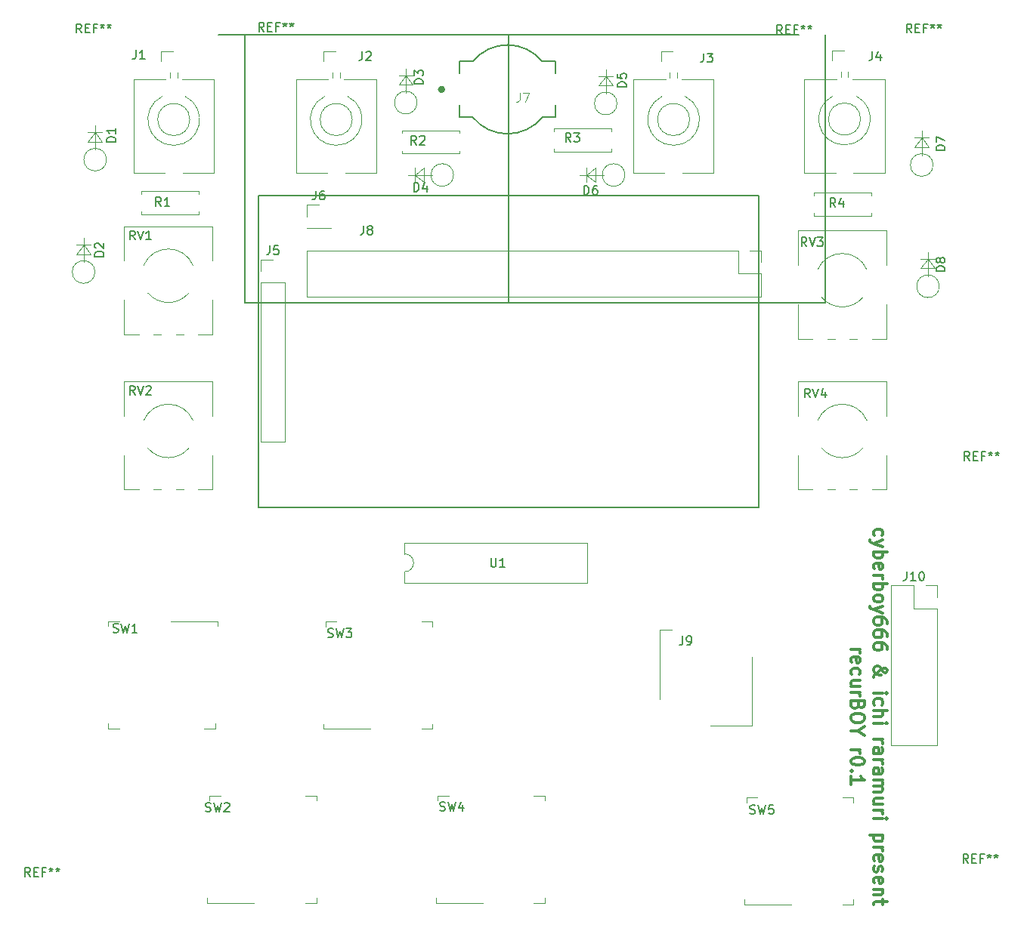
<source format=gto>
G04 #@! TF.FileFunction,Legend,Top*
%FSLAX46Y46*%
G04 Gerber Fmt 4.6, Leading zero omitted, Abs format (unit mm)*
G04 Created by KiCad (PCBNEW 4.0.7) date 08/19/19 23:06:34*
%MOMM*%
%LPD*%
G01*
G04 APERTURE LIST*
%ADD10C,0.100000*%
%ADD11C,0.300000*%
%ADD12C,0.200000*%
%ADD13C,0.120000*%
%ADD14C,0.400000*%
%ADD15C,0.127000*%
%ADD16C,0.150000*%
%ADD17C,0.050000*%
G04 APERTURE END LIST*
D10*
D11*
X196017857Y-91150002D02*
X195946429Y-91007145D01*
X195946429Y-90721431D01*
X196017857Y-90578573D01*
X196089286Y-90507145D01*
X196232143Y-90435716D01*
X196660714Y-90435716D01*
X196803571Y-90507145D01*
X196875000Y-90578573D01*
X196946429Y-90721431D01*
X196946429Y-91007145D01*
X196875000Y-91150002D01*
X196946429Y-91650002D02*
X195946429Y-92007145D01*
X196946429Y-92364287D02*
X195946429Y-92007145D01*
X195589286Y-91864287D01*
X195517857Y-91792859D01*
X195446429Y-91650002D01*
X195946429Y-92935716D02*
X197446429Y-92935716D01*
X196875000Y-92935716D02*
X196946429Y-93078573D01*
X196946429Y-93364287D01*
X196875000Y-93507144D01*
X196803571Y-93578573D01*
X196660714Y-93650002D01*
X196232143Y-93650002D01*
X196089286Y-93578573D01*
X196017857Y-93507144D01*
X195946429Y-93364287D01*
X195946429Y-93078573D01*
X196017857Y-92935716D01*
X196017857Y-94864287D02*
X195946429Y-94721430D01*
X195946429Y-94435716D01*
X196017857Y-94292859D01*
X196160714Y-94221430D01*
X196732143Y-94221430D01*
X196875000Y-94292859D01*
X196946429Y-94435716D01*
X196946429Y-94721430D01*
X196875000Y-94864287D01*
X196732143Y-94935716D01*
X196589286Y-94935716D01*
X196446429Y-94221430D01*
X195946429Y-95578573D02*
X196946429Y-95578573D01*
X196660714Y-95578573D02*
X196803571Y-95650001D01*
X196875000Y-95721430D01*
X196946429Y-95864287D01*
X196946429Y-96007144D01*
X195946429Y-96507144D02*
X197446429Y-96507144D01*
X196875000Y-96507144D02*
X196946429Y-96650001D01*
X196946429Y-96935715D01*
X196875000Y-97078572D01*
X196803571Y-97150001D01*
X196660714Y-97221430D01*
X196232143Y-97221430D01*
X196089286Y-97150001D01*
X196017857Y-97078572D01*
X195946429Y-96935715D01*
X195946429Y-96650001D01*
X196017857Y-96507144D01*
X195946429Y-98078573D02*
X196017857Y-97935715D01*
X196089286Y-97864287D01*
X196232143Y-97792858D01*
X196660714Y-97792858D01*
X196803571Y-97864287D01*
X196875000Y-97935715D01*
X196946429Y-98078573D01*
X196946429Y-98292858D01*
X196875000Y-98435715D01*
X196803571Y-98507144D01*
X196660714Y-98578573D01*
X196232143Y-98578573D01*
X196089286Y-98507144D01*
X196017857Y-98435715D01*
X195946429Y-98292858D01*
X195946429Y-98078573D01*
X196946429Y-99078573D02*
X195946429Y-99435716D01*
X196946429Y-99792858D02*
X195946429Y-99435716D01*
X195589286Y-99292858D01*
X195517857Y-99221430D01*
X195446429Y-99078573D01*
X197446429Y-101007144D02*
X197446429Y-100721430D01*
X197375000Y-100578573D01*
X197303571Y-100507144D01*
X197089286Y-100364287D01*
X196803571Y-100292858D01*
X196232143Y-100292858D01*
X196089286Y-100364287D01*
X196017857Y-100435715D01*
X195946429Y-100578573D01*
X195946429Y-100864287D01*
X196017857Y-101007144D01*
X196089286Y-101078573D01*
X196232143Y-101150001D01*
X196589286Y-101150001D01*
X196732143Y-101078573D01*
X196803571Y-101007144D01*
X196875000Y-100864287D01*
X196875000Y-100578573D01*
X196803571Y-100435715D01*
X196732143Y-100364287D01*
X196589286Y-100292858D01*
X197446429Y-102435715D02*
X197446429Y-102150001D01*
X197375000Y-102007144D01*
X197303571Y-101935715D01*
X197089286Y-101792858D01*
X196803571Y-101721429D01*
X196232143Y-101721429D01*
X196089286Y-101792858D01*
X196017857Y-101864286D01*
X195946429Y-102007144D01*
X195946429Y-102292858D01*
X196017857Y-102435715D01*
X196089286Y-102507144D01*
X196232143Y-102578572D01*
X196589286Y-102578572D01*
X196732143Y-102507144D01*
X196803571Y-102435715D01*
X196875000Y-102292858D01*
X196875000Y-102007144D01*
X196803571Y-101864286D01*
X196732143Y-101792858D01*
X196589286Y-101721429D01*
X197446429Y-103864286D02*
X197446429Y-103578572D01*
X197375000Y-103435715D01*
X197303571Y-103364286D01*
X197089286Y-103221429D01*
X196803571Y-103150000D01*
X196232143Y-103150000D01*
X196089286Y-103221429D01*
X196017857Y-103292857D01*
X195946429Y-103435715D01*
X195946429Y-103721429D01*
X196017857Y-103864286D01*
X196089286Y-103935715D01*
X196232143Y-104007143D01*
X196589286Y-104007143D01*
X196732143Y-103935715D01*
X196803571Y-103864286D01*
X196875000Y-103721429D01*
X196875000Y-103435715D01*
X196803571Y-103292857D01*
X196732143Y-103221429D01*
X196589286Y-103150000D01*
X195946429Y-107007143D02*
X195946429Y-106935714D01*
X196017857Y-106792857D01*
X196232143Y-106578571D01*
X196660714Y-106221428D01*
X196875000Y-106078571D01*
X197089286Y-106007143D01*
X197232143Y-106007143D01*
X197375000Y-106078571D01*
X197446429Y-106221428D01*
X197446429Y-106292857D01*
X197375000Y-106435714D01*
X197232143Y-106507143D01*
X197160714Y-106507143D01*
X197017857Y-106435714D01*
X196946429Y-106364285D01*
X196660714Y-105935714D01*
X196589286Y-105864285D01*
X196446429Y-105792857D01*
X196232143Y-105792857D01*
X196089286Y-105864285D01*
X196017857Y-105935714D01*
X195946429Y-106078571D01*
X195946429Y-106292857D01*
X196017857Y-106435714D01*
X196089286Y-106507143D01*
X196375000Y-106721428D01*
X196589286Y-106792857D01*
X196732143Y-106792857D01*
X195946429Y-108792857D02*
X196946429Y-108792857D01*
X197446429Y-108792857D02*
X197375000Y-108721428D01*
X197303571Y-108792857D01*
X197375000Y-108864285D01*
X197446429Y-108792857D01*
X197303571Y-108792857D01*
X196017857Y-110150000D02*
X195946429Y-110007143D01*
X195946429Y-109721429D01*
X196017857Y-109578571D01*
X196089286Y-109507143D01*
X196232143Y-109435714D01*
X196660714Y-109435714D01*
X196803571Y-109507143D01*
X196875000Y-109578571D01*
X196946429Y-109721429D01*
X196946429Y-110007143D01*
X196875000Y-110150000D01*
X195946429Y-110792857D02*
X197446429Y-110792857D01*
X195946429Y-111435714D02*
X196732143Y-111435714D01*
X196875000Y-111364285D01*
X196946429Y-111221428D01*
X196946429Y-111007143D01*
X196875000Y-110864285D01*
X196803571Y-110792857D01*
X195946429Y-112150000D02*
X196946429Y-112150000D01*
X197446429Y-112150000D02*
X197375000Y-112078571D01*
X197303571Y-112150000D01*
X197375000Y-112221428D01*
X197446429Y-112150000D01*
X197303571Y-112150000D01*
X195946429Y-114007143D02*
X196946429Y-114007143D01*
X196660714Y-114007143D02*
X196803571Y-114078571D01*
X196875000Y-114150000D01*
X196946429Y-114292857D01*
X196946429Y-114435714D01*
X195946429Y-115578571D02*
X196732143Y-115578571D01*
X196875000Y-115507142D01*
X196946429Y-115364285D01*
X196946429Y-115078571D01*
X196875000Y-114935714D01*
X196017857Y-115578571D02*
X195946429Y-115435714D01*
X195946429Y-115078571D01*
X196017857Y-114935714D01*
X196160714Y-114864285D01*
X196303571Y-114864285D01*
X196446429Y-114935714D01*
X196517857Y-115078571D01*
X196517857Y-115435714D01*
X196589286Y-115578571D01*
X195946429Y-116292857D02*
X196946429Y-116292857D01*
X196660714Y-116292857D02*
X196803571Y-116364285D01*
X196875000Y-116435714D01*
X196946429Y-116578571D01*
X196946429Y-116721428D01*
X195946429Y-117864285D02*
X196732143Y-117864285D01*
X196875000Y-117792856D01*
X196946429Y-117649999D01*
X196946429Y-117364285D01*
X196875000Y-117221428D01*
X196017857Y-117864285D02*
X195946429Y-117721428D01*
X195946429Y-117364285D01*
X196017857Y-117221428D01*
X196160714Y-117149999D01*
X196303571Y-117149999D01*
X196446429Y-117221428D01*
X196517857Y-117364285D01*
X196517857Y-117721428D01*
X196589286Y-117864285D01*
X195946429Y-118578571D02*
X196946429Y-118578571D01*
X196803571Y-118578571D02*
X196875000Y-118649999D01*
X196946429Y-118792857D01*
X196946429Y-119007142D01*
X196875000Y-119149999D01*
X196732143Y-119221428D01*
X195946429Y-119221428D01*
X196732143Y-119221428D02*
X196875000Y-119292857D01*
X196946429Y-119435714D01*
X196946429Y-119649999D01*
X196875000Y-119792857D01*
X196732143Y-119864285D01*
X195946429Y-119864285D01*
X196946429Y-121221428D02*
X195946429Y-121221428D01*
X196946429Y-120578571D02*
X196160714Y-120578571D01*
X196017857Y-120649999D01*
X195946429Y-120792857D01*
X195946429Y-121007142D01*
X196017857Y-121149999D01*
X196089286Y-121221428D01*
X195946429Y-121935714D02*
X196946429Y-121935714D01*
X196660714Y-121935714D02*
X196803571Y-122007142D01*
X196875000Y-122078571D01*
X196946429Y-122221428D01*
X196946429Y-122364285D01*
X195946429Y-122864285D02*
X196946429Y-122864285D01*
X197446429Y-122864285D02*
X197375000Y-122792856D01*
X197303571Y-122864285D01*
X197375000Y-122935713D01*
X197446429Y-122864285D01*
X197303571Y-122864285D01*
X196946429Y-124721428D02*
X195446429Y-124721428D01*
X196875000Y-124721428D02*
X196946429Y-124864285D01*
X196946429Y-125149999D01*
X196875000Y-125292856D01*
X196803571Y-125364285D01*
X196660714Y-125435714D01*
X196232143Y-125435714D01*
X196089286Y-125364285D01*
X196017857Y-125292856D01*
X195946429Y-125149999D01*
X195946429Y-124864285D01*
X196017857Y-124721428D01*
X195946429Y-126078571D02*
X196946429Y-126078571D01*
X196660714Y-126078571D02*
X196803571Y-126149999D01*
X196875000Y-126221428D01*
X196946429Y-126364285D01*
X196946429Y-126507142D01*
X196017857Y-127578570D02*
X195946429Y-127435713D01*
X195946429Y-127149999D01*
X196017857Y-127007142D01*
X196160714Y-126935713D01*
X196732143Y-126935713D01*
X196875000Y-127007142D01*
X196946429Y-127149999D01*
X196946429Y-127435713D01*
X196875000Y-127578570D01*
X196732143Y-127649999D01*
X196589286Y-127649999D01*
X196446429Y-126935713D01*
X196017857Y-128221427D02*
X195946429Y-128364284D01*
X195946429Y-128649999D01*
X196017857Y-128792856D01*
X196160714Y-128864284D01*
X196232143Y-128864284D01*
X196375000Y-128792856D01*
X196446429Y-128649999D01*
X196446429Y-128435713D01*
X196517857Y-128292856D01*
X196660714Y-128221427D01*
X196732143Y-128221427D01*
X196875000Y-128292856D01*
X196946429Y-128435713D01*
X196946429Y-128649999D01*
X196875000Y-128792856D01*
X196017857Y-130078570D02*
X195946429Y-129935713D01*
X195946429Y-129649999D01*
X196017857Y-129507142D01*
X196160714Y-129435713D01*
X196732143Y-129435713D01*
X196875000Y-129507142D01*
X196946429Y-129649999D01*
X196946429Y-129935713D01*
X196875000Y-130078570D01*
X196732143Y-130149999D01*
X196589286Y-130149999D01*
X196446429Y-129435713D01*
X196946429Y-130792856D02*
X195946429Y-130792856D01*
X196803571Y-130792856D02*
X196875000Y-130864284D01*
X196946429Y-131007142D01*
X196946429Y-131221427D01*
X196875000Y-131364284D01*
X196732143Y-131435713D01*
X195946429Y-131435713D01*
X196946429Y-131935713D02*
X196946429Y-132507142D01*
X197446429Y-132149999D02*
X196160714Y-132149999D01*
X196017857Y-132221427D01*
X195946429Y-132364285D01*
X195946429Y-132507142D01*
X193396429Y-103864287D02*
X194396429Y-103864287D01*
X194110714Y-103864287D02*
X194253571Y-103935715D01*
X194325000Y-104007144D01*
X194396429Y-104150001D01*
X194396429Y-104292858D01*
X193467857Y-105364286D02*
X193396429Y-105221429D01*
X193396429Y-104935715D01*
X193467857Y-104792858D01*
X193610714Y-104721429D01*
X194182143Y-104721429D01*
X194325000Y-104792858D01*
X194396429Y-104935715D01*
X194396429Y-105221429D01*
X194325000Y-105364286D01*
X194182143Y-105435715D01*
X194039286Y-105435715D01*
X193896429Y-104721429D01*
X193467857Y-106721429D02*
X193396429Y-106578572D01*
X193396429Y-106292858D01*
X193467857Y-106150000D01*
X193539286Y-106078572D01*
X193682143Y-106007143D01*
X194110714Y-106007143D01*
X194253571Y-106078572D01*
X194325000Y-106150000D01*
X194396429Y-106292858D01*
X194396429Y-106578572D01*
X194325000Y-106721429D01*
X194396429Y-108007143D02*
X193396429Y-108007143D01*
X194396429Y-107364286D02*
X193610714Y-107364286D01*
X193467857Y-107435714D01*
X193396429Y-107578572D01*
X193396429Y-107792857D01*
X193467857Y-107935714D01*
X193539286Y-108007143D01*
X193396429Y-108721429D02*
X194396429Y-108721429D01*
X194110714Y-108721429D02*
X194253571Y-108792857D01*
X194325000Y-108864286D01*
X194396429Y-109007143D01*
X194396429Y-109150000D01*
X194182143Y-110150000D02*
X194110714Y-110364286D01*
X194039286Y-110435714D01*
X193896429Y-110507143D01*
X193682143Y-110507143D01*
X193539286Y-110435714D01*
X193467857Y-110364286D01*
X193396429Y-110221428D01*
X193396429Y-109650000D01*
X194896429Y-109650000D01*
X194896429Y-110150000D01*
X194825000Y-110292857D01*
X194753571Y-110364286D01*
X194610714Y-110435714D01*
X194467857Y-110435714D01*
X194325000Y-110364286D01*
X194253571Y-110292857D01*
X194182143Y-110150000D01*
X194182143Y-109650000D01*
X194896429Y-111435714D02*
X194896429Y-111721428D01*
X194825000Y-111864286D01*
X194682143Y-112007143D01*
X194396429Y-112078571D01*
X193896429Y-112078571D01*
X193610714Y-112007143D01*
X193467857Y-111864286D01*
X193396429Y-111721428D01*
X193396429Y-111435714D01*
X193467857Y-111292857D01*
X193610714Y-111150000D01*
X193896429Y-111078571D01*
X194396429Y-111078571D01*
X194682143Y-111150000D01*
X194825000Y-111292857D01*
X194896429Y-111435714D01*
X194110714Y-113007143D02*
X193396429Y-113007143D01*
X194896429Y-112507143D02*
X194110714Y-113007143D01*
X194896429Y-113507143D01*
X193396429Y-115150000D02*
X194396429Y-115150000D01*
X194110714Y-115150000D02*
X194253571Y-115221428D01*
X194325000Y-115292857D01*
X194396429Y-115435714D01*
X194396429Y-115578571D01*
X194896429Y-116364285D02*
X194896429Y-116507142D01*
X194825000Y-116649999D01*
X194753571Y-116721428D01*
X194610714Y-116792857D01*
X194325000Y-116864285D01*
X193967857Y-116864285D01*
X193682143Y-116792857D01*
X193539286Y-116721428D01*
X193467857Y-116649999D01*
X193396429Y-116507142D01*
X193396429Y-116364285D01*
X193467857Y-116221428D01*
X193539286Y-116149999D01*
X193682143Y-116078571D01*
X193967857Y-116007142D01*
X194325000Y-116007142D01*
X194610714Y-116078571D01*
X194753571Y-116149999D01*
X194825000Y-116221428D01*
X194896429Y-116364285D01*
X193539286Y-117507142D02*
X193467857Y-117578570D01*
X193396429Y-117507142D01*
X193467857Y-117435713D01*
X193539286Y-117507142D01*
X193396429Y-117507142D01*
X193396429Y-119007142D02*
X193396429Y-118149999D01*
X193396429Y-118578571D02*
X194896429Y-118578571D01*
X194682143Y-118435714D01*
X194539286Y-118292856D01*
X194467857Y-118149999D01*
D12*
X125500000Y-65000000D02*
X158000000Y-65000000D01*
X183000000Y-53000000D02*
X155000000Y-53000000D01*
X183000000Y-88000000D02*
X183000000Y-53000000D01*
X127000000Y-88000000D02*
X183000000Y-88000000D01*
X127000000Y-53000000D02*
X127000000Y-88000000D01*
X155000000Y-53000000D02*
X127000000Y-53000000D01*
X125500000Y-35000000D02*
X125500000Y-65000000D01*
X187500000Y-35000000D02*
X122500000Y-35000000D01*
X190500000Y-65000000D02*
X190500000Y-35000000D01*
X158000000Y-65000000D02*
X190500000Y-65000000D01*
X155000000Y-65000000D02*
X155000000Y-35000000D01*
D13*
X108700000Y-45166371D02*
X108700000Y-47880000D01*
X109500000Y-45906667D02*
X107900000Y-45906667D01*
X108700000Y-45906667D02*
X109500000Y-46973333D01*
X109500000Y-46973333D02*
X107900000Y-46973333D01*
X107900000Y-46973333D02*
X108700000Y-45906667D01*
X109966371Y-48980000D02*
G75*
G03X109966371Y-48980000I-1266371J0D01*
G01*
X107400000Y-57766371D02*
X107400000Y-60480000D01*
X108200000Y-58506667D02*
X106600000Y-58506667D01*
X107400000Y-58506667D02*
X108200000Y-59573333D01*
X108200000Y-59573333D02*
X106600000Y-59573333D01*
X106600000Y-59573333D02*
X107400000Y-58506667D01*
X108666371Y-61580000D02*
G75*
G03X108666371Y-61580000I-1266371J0D01*
G01*
X143500000Y-38766371D02*
X143500000Y-41480000D01*
X144300000Y-39506667D02*
X142700000Y-39506667D01*
X143500000Y-39506667D02*
X144300000Y-40573333D01*
X144300000Y-40573333D02*
X142700000Y-40573333D01*
X142700000Y-40573333D02*
X143500000Y-39506667D01*
X144766371Y-42580000D02*
G75*
G03X144766371Y-42580000I-1266371J0D01*
G01*
X143766371Y-50700000D02*
X146480000Y-50700000D01*
X144506667Y-49900000D02*
X144506667Y-51500000D01*
X144506667Y-50700000D02*
X145573333Y-49900000D01*
X145573333Y-49900000D02*
X145573333Y-51500000D01*
X145573333Y-51500000D02*
X144506667Y-50700000D01*
X148846371Y-50700000D02*
G75*
G03X148846371Y-50700000I-1266371J0D01*
G01*
X165900000Y-38866371D02*
X165900000Y-41580000D01*
X166700000Y-39606667D02*
X165100000Y-39606667D01*
X165900000Y-39606667D02*
X166700000Y-40673333D01*
X166700000Y-40673333D02*
X165100000Y-40673333D01*
X165100000Y-40673333D02*
X165900000Y-39606667D01*
X167166371Y-42680000D02*
G75*
G03X167166371Y-42680000I-1266371J0D01*
G01*
X162966371Y-50700000D02*
X165680000Y-50700000D01*
X163706667Y-49900000D02*
X163706667Y-51500000D01*
X163706667Y-50700000D02*
X164773333Y-49900000D01*
X164773333Y-49900000D02*
X164773333Y-51500000D01*
X164773333Y-51500000D02*
X163706667Y-50700000D01*
X168046371Y-50700000D02*
G75*
G03X168046371Y-50700000I-1266371J0D01*
G01*
X201300000Y-45766371D02*
X201300000Y-48480000D01*
X202100000Y-46506667D02*
X200500000Y-46506667D01*
X201300000Y-46506667D02*
X202100000Y-47573333D01*
X202100000Y-47573333D02*
X200500000Y-47573333D01*
X200500000Y-47573333D02*
X201300000Y-46506667D01*
X202566371Y-49580000D02*
G75*
G03X202566371Y-49580000I-1266371J0D01*
G01*
X202000000Y-59366371D02*
X202000000Y-62080000D01*
X202800000Y-60106667D02*
X201200000Y-60106667D01*
X202000000Y-60106667D02*
X202800000Y-61173333D01*
X202800000Y-61173333D02*
X201200000Y-61173333D01*
X201200000Y-61173333D02*
X202000000Y-60106667D01*
X203266371Y-63180000D02*
G75*
G03X203266371Y-63180000I-1266371J0D01*
G01*
X113000000Y-39980000D02*
X113000000Y-50480000D01*
X122000000Y-39980000D02*
X122000000Y-50480000D01*
X116203737Y-41891423D02*
G75*
G03X117500000Y-47375000I1296263J-2588577D01*
G01*
X118796263Y-41891423D02*
G75*
G02X117500000Y-47375000I-1296263J-2588577D01*
G01*
X122000000Y-50480000D02*
X118500000Y-50480000D01*
X116500000Y-50480000D02*
X113000000Y-50480000D01*
X122000000Y-39980000D02*
X118400000Y-39980000D01*
X116600000Y-39980000D02*
X113000000Y-39980000D01*
X119300000Y-44480000D02*
G75*
G03X119300000Y-44480000I-1800000J0D01*
G01*
X117080000Y-39200000D02*
X117080000Y-39800000D01*
X117920000Y-39200000D02*
X117920000Y-39800000D01*
X116100000Y-36820000D02*
X116100000Y-37920000D01*
X116100000Y-36820000D02*
X117420000Y-36820000D01*
X131200000Y-39980000D02*
X131200000Y-50480000D01*
X140200000Y-39980000D02*
X140200000Y-50480000D01*
X134403737Y-41891423D02*
G75*
G03X135700000Y-47375000I1296263J-2588577D01*
G01*
X136996263Y-41891423D02*
G75*
G02X135700000Y-47375000I-1296263J-2588577D01*
G01*
X140200000Y-50480000D02*
X136700000Y-50480000D01*
X134700000Y-50480000D02*
X131200000Y-50480000D01*
X140200000Y-39980000D02*
X136600000Y-39980000D01*
X134800000Y-39980000D02*
X131200000Y-39980000D01*
X137500000Y-44480000D02*
G75*
G03X137500000Y-44480000I-1800000J0D01*
G01*
X135280000Y-39200000D02*
X135280000Y-39800000D01*
X136120000Y-39200000D02*
X136120000Y-39800000D01*
X134300000Y-36820000D02*
X134300000Y-37920000D01*
X134300000Y-36820000D02*
X135620000Y-36820000D01*
X169000000Y-39980000D02*
X169000000Y-50480000D01*
X178000000Y-39980000D02*
X178000000Y-50480000D01*
X172203737Y-41891423D02*
G75*
G03X173500000Y-47375000I1296263J-2588577D01*
G01*
X174796263Y-41891423D02*
G75*
G02X173500000Y-47375000I-1296263J-2588577D01*
G01*
X178000000Y-50480000D02*
X174500000Y-50480000D01*
X172500000Y-50480000D02*
X169000000Y-50480000D01*
X178000000Y-39980000D02*
X174400000Y-39980000D01*
X172600000Y-39980000D02*
X169000000Y-39980000D01*
X175300000Y-44480000D02*
G75*
G03X175300000Y-44480000I-1800000J0D01*
G01*
X173080000Y-39200000D02*
X173080000Y-39800000D01*
X173920000Y-39200000D02*
X173920000Y-39800000D01*
X172100000Y-36820000D02*
X172100000Y-37920000D01*
X172100000Y-36820000D02*
X173420000Y-36820000D01*
X188150000Y-39930000D02*
X188150000Y-50430000D01*
X197150000Y-39930000D02*
X197150000Y-50430000D01*
X191353737Y-41841423D02*
G75*
G03X192650000Y-47325000I1296263J-2588577D01*
G01*
X193946263Y-41841423D02*
G75*
G02X192650000Y-47325000I-1296263J-2588577D01*
G01*
X197150000Y-50430000D02*
X193650000Y-50430000D01*
X191650000Y-50430000D02*
X188150000Y-50430000D01*
X197150000Y-39930000D02*
X193550000Y-39930000D01*
X191750000Y-39930000D02*
X188150000Y-39930000D01*
X194450000Y-44430000D02*
G75*
G03X194450000Y-44430000I-1800000J0D01*
G01*
X192230000Y-39150000D02*
X192230000Y-39750000D01*
X193070000Y-39150000D02*
X193070000Y-39750000D01*
X191250000Y-36770000D02*
X191250000Y-37870000D01*
X191250000Y-36770000D02*
X192570000Y-36770000D01*
X127270000Y-62770000D02*
X127270000Y-80610000D01*
X127270000Y-80610000D02*
X129930000Y-80610000D01*
X129930000Y-80610000D02*
X129930000Y-62770000D01*
X129930000Y-62770000D02*
X127270000Y-62770000D01*
X127270000Y-61500000D02*
X127270000Y-60170000D01*
X127270000Y-60170000D02*
X128600000Y-60170000D01*
X132420000Y-56680000D02*
X135080000Y-56680000D01*
X132420000Y-56620000D02*
X132420000Y-56680000D01*
X135080000Y-56620000D02*
X135080000Y-56680000D01*
X132420000Y-56620000D02*
X135080000Y-56620000D01*
X132420000Y-55350000D02*
X132420000Y-54020000D01*
X132420000Y-54020000D02*
X133750000Y-54020000D01*
D14*
X147700000Y-41100000D02*
G75*
G03X147700000Y-41100000I-200000J0D01*
G01*
D15*
X160250000Y-37965000D02*
X158784000Y-37965000D01*
X151016000Y-37965000D02*
X149550000Y-37965000D01*
X151016000Y-44235000D02*
X149550000Y-44235000D01*
X160250000Y-44235000D02*
X158784000Y-44235000D01*
X151017924Y-37962628D02*
G75*
G02X158784000Y-37965000I3882076J-3151223D01*
G01*
X158782076Y-44237372D02*
G75*
G02X151016000Y-44235000I-3882076J3151223D01*
G01*
X149550000Y-42865000D02*
X149550000Y-44235000D01*
X149550000Y-37965000D02*
X149550000Y-39335000D01*
X160250000Y-37965000D02*
X160250000Y-39335000D01*
X160250000Y-42865000D02*
X160250000Y-44235000D01*
D13*
X132410000Y-59170000D02*
X132410000Y-64370000D01*
X180730000Y-59170000D02*
X132410000Y-59170000D01*
X183330000Y-64370000D02*
X132410000Y-64370000D01*
X180730000Y-59170000D02*
X180730000Y-61770000D01*
X180730000Y-61770000D02*
X183330000Y-61770000D01*
X183330000Y-61770000D02*
X183330000Y-64370000D01*
X182000000Y-59170000D02*
X183330000Y-59170000D01*
X183330000Y-59170000D02*
X183330000Y-60500000D01*
X173310000Y-101720000D02*
X172060000Y-101720000D01*
X171960000Y-101720000D02*
X171960000Y-109460000D01*
X177660000Y-112460000D02*
X182160000Y-112460000D01*
X182260000Y-112460000D02*
X182260000Y-104720000D01*
X120300000Y-54780000D02*
X120300000Y-55110000D01*
X120300000Y-55110000D02*
X113880000Y-55110000D01*
X113880000Y-55110000D02*
X113880000Y-54780000D01*
X120300000Y-52820000D02*
X120300000Y-52490000D01*
X120300000Y-52490000D02*
X113880000Y-52490000D01*
X113880000Y-52490000D02*
X113880000Y-52820000D01*
X149500000Y-47980000D02*
X149500000Y-48310000D01*
X149500000Y-48310000D02*
X143080000Y-48310000D01*
X143080000Y-48310000D02*
X143080000Y-47980000D01*
X149500000Y-46020000D02*
X149500000Y-45690000D01*
X149500000Y-45690000D02*
X143080000Y-45690000D01*
X143080000Y-45690000D02*
X143080000Y-46020000D01*
X160100000Y-45820000D02*
X160100000Y-45490000D01*
X160100000Y-45490000D02*
X166520000Y-45490000D01*
X166520000Y-45490000D02*
X166520000Y-45820000D01*
X160100000Y-47780000D02*
X160100000Y-48110000D01*
X160100000Y-48110000D02*
X166520000Y-48110000D01*
X166520000Y-48110000D02*
X166520000Y-47780000D01*
X189200000Y-53020000D02*
X189200000Y-52690000D01*
X189200000Y-52690000D02*
X195620000Y-52690000D01*
X195620000Y-52690000D02*
X195620000Y-53020000D01*
X189200000Y-54980000D02*
X189200000Y-55310000D01*
X189200000Y-55310000D02*
X195620000Y-55310000D01*
X195620000Y-55310000D02*
X195620000Y-54980000D01*
X114137568Y-60828018D02*
G75*
G02X119662000Y-60827000I2762432J-1171982D01*
G01*
X119197753Y-63928295D02*
G75*
G02X114602000Y-63928000I-2297753J1928295D01*
G01*
X111939000Y-68560000D02*
X111939000Y-64694000D01*
X111939000Y-60305000D02*
X111939000Y-56440000D01*
X121860000Y-68560000D02*
X121860000Y-64694000D01*
X121860000Y-60305000D02*
X121860000Y-56440000D01*
X111939000Y-68560000D02*
X113575000Y-68560000D01*
X115225000Y-68560000D02*
X116075000Y-68560000D01*
X117725000Y-68560000D02*
X118575000Y-68560000D01*
X120225000Y-68560000D02*
X121860000Y-68560000D01*
X111939000Y-56440000D02*
X121860000Y-56440000D01*
X114137568Y-78228018D02*
G75*
G02X119662000Y-78227000I2762432J-1171982D01*
G01*
X119197753Y-81328295D02*
G75*
G02X114602000Y-81328000I-2297753J1928295D01*
G01*
X111939000Y-85960000D02*
X111939000Y-82094000D01*
X111939000Y-77705000D02*
X111939000Y-73840000D01*
X121860000Y-85960000D02*
X121860000Y-82094000D01*
X121860000Y-77705000D02*
X121860000Y-73840000D01*
X111939000Y-85960000D02*
X113575000Y-85960000D01*
X115225000Y-85960000D02*
X116075000Y-85960000D01*
X117725000Y-85960000D02*
X118575000Y-85960000D01*
X120225000Y-85960000D02*
X121860000Y-85960000D01*
X111939000Y-73840000D02*
X121860000Y-73840000D01*
X189637568Y-61328018D02*
G75*
G02X195162000Y-61327000I2762432J-1171982D01*
G01*
X194697753Y-64428295D02*
G75*
G02X190102000Y-64428000I-2297753J1928295D01*
G01*
X187439000Y-69060000D02*
X187439000Y-65194000D01*
X187439000Y-60805000D02*
X187439000Y-56940000D01*
X197360000Y-69060000D02*
X197360000Y-65194000D01*
X197360000Y-60805000D02*
X197360000Y-56940000D01*
X187439000Y-69060000D02*
X189075000Y-69060000D01*
X190725000Y-69060000D02*
X191575000Y-69060000D01*
X193225000Y-69060000D02*
X194075000Y-69060000D01*
X195725000Y-69060000D02*
X197360000Y-69060000D01*
X187439000Y-56940000D02*
X197360000Y-56940000D01*
X189637568Y-78228018D02*
G75*
G02X195162000Y-78227000I2762432J-1171982D01*
G01*
X194697753Y-81328295D02*
G75*
G02X190102000Y-81328000I-2297753J1928295D01*
G01*
X187439000Y-85960000D02*
X187439000Y-82094000D01*
X187439000Y-77705000D02*
X187439000Y-73840000D01*
X197360000Y-85960000D02*
X197360000Y-82094000D01*
X197360000Y-77705000D02*
X197360000Y-73840000D01*
X187439000Y-85960000D02*
X189075000Y-85960000D01*
X190725000Y-85960000D02*
X191575000Y-85960000D01*
X193225000Y-85960000D02*
X194075000Y-85960000D01*
X195725000Y-85960000D02*
X197360000Y-85960000D01*
X187439000Y-73840000D02*
X197360000Y-73840000D01*
X143370000Y-93190000D02*
G75*
G02X143370000Y-95190000I0J-1000000D01*
G01*
X143370000Y-95190000D02*
X143370000Y-96440000D01*
X143370000Y-96440000D02*
X163810000Y-96440000D01*
X163810000Y-96440000D02*
X163810000Y-91940000D01*
X163810000Y-91940000D02*
X143370000Y-91940000D01*
X143370000Y-91940000D02*
X143370000Y-93190000D01*
X203030000Y-99320000D02*
X203030000Y-114620000D01*
X203030000Y-114620000D02*
X197830000Y-114620000D01*
X197830000Y-114620000D02*
X197830000Y-96720000D01*
X197830000Y-96720000D02*
X200430000Y-96720000D01*
X200430000Y-96720000D02*
X200430000Y-99320000D01*
X200430000Y-99320000D02*
X203030000Y-99320000D01*
X203030000Y-98050000D02*
X203030000Y-96720000D01*
X203030000Y-96720000D02*
X201760000Y-96720000D01*
X122150000Y-112200000D02*
X122150000Y-112750000D01*
X122150000Y-112750000D02*
X120900000Y-112750000D01*
X110150000Y-112200000D02*
X110150000Y-112750000D01*
X110150000Y-112750000D02*
X111400000Y-112750000D01*
X122400000Y-101300000D02*
X122400000Y-100750000D01*
X122400000Y-100750000D02*
X117150000Y-100750000D01*
X110150000Y-101300000D02*
X110150000Y-100750000D01*
X110150000Y-100750000D02*
X111400000Y-100750000D01*
X121500000Y-120850000D02*
X121500000Y-120300000D01*
X121500000Y-120300000D02*
X122750000Y-120300000D01*
X133500000Y-120850000D02*
X133500000Y-120300000D01*
X133500000Y-120300000D02*
X132250000Y-120300000D01*
X121250000Y-131750000D02*
X121250000Y-132300000D01*
X121250000Y-132300000D02*
X126500000Y-132300000D01*
X133500000Y-131750000D02*
X133500000Y-132300000D01*
X133500000Y-132300000D02*
X132250000Y-132300000D01*
X134500000Y-101350000D02*
X134500000Y-100800000D01*
X134500000Y-100800000D02*
X135750000Y-100800000D01*
X146500000Y-101350000D02*
X146500000Y-100800000D01*
X146500000Y-100800000D02*
X145250000Y-100800000D01*
X134250000Y-112250000D02*
X134250000Y-112800000D01*
X134250000Y-112800000D02*
X139500000Y-112800000D01*
X146500000Y-112250000D02*
X146500000Y-112800000D01*
X146500000Y-112800000D02*
X145250000Y-112800000D01*
X147100000Y-120850000D02*
X147100000Y-120300000D01*
X147100000Y-120300000D02*
X148350000Y-120300000D01*
X159100000Y-120850000D02*
X159100000Y-120300000D01*
X159100000Y-120300000D02*
X157850000Y-120300000D01*
X146850000Y-131750000D02*
X146850000Y-132300000D01*
X146850000Y-132300000D02*
X152100000Y-132300000D01*
X159100000Y-131750000D02*
X159100000Y-132300000D01*
X159100000Y-132300000D02*
X157850000Y-132300000D01*
X181650000Y-121050000D02*
X181650000Y-120500000D01*
X181650000Y-120500000D02*
X182900000Y-120500000D01*
X193650000Y-121050000D02*
X193650000Y-120500000D01*
X193650000Y-120500000D02*
X192400000Y-120500000D01*
X181400000Y-131950000D02*
X181400000Y-132500000D01*
X181400000Y-132500000D02*
X186650000Y-132500000D01*
X193650000Y-131950000D02*
X193650000Y-132500000D01*
X193650000Y-132500000D02*
X192400000Y-132500000D01*
D16*
X185666667Y-34902381D02*
X185333333Y-34426190D01*
X185095238Y-34902381D02*
X185095238Y-33902381D01*
X185476191Y-33902381D01*
X185571429Y-33950000D01*
X185619048Y-33997619D01*
X185666667Y-34092857D01*
X185666667Y-34235714D01*
X185619048Y-34330952D01*
X185571429Y-34378571D01*
X185476191Y-34426190D01*
X185095238Y-34426190D01*
X186095238Y-34378571D02*
X186428572Y-34378571D01*
X186571429Y-34902381D02*
X186095238Y-34902381D01*
X186095238Y-33902381D01*
X186571429Y-33902381D01*
X187333334Y-34378571D02*
X187000000Y-34378571D01*
X187000000Y-34902381D02*
X187000000Y-33902381D01*
X187476191Y-33902381D01*
X188000000Y-33902381D02*
X188000000Y-34140476D01*
X187761905Y-34045238D02*
X188000000Y-34140476D01*
X188238096Y-34045238D01*
X187857143Y-34330952D02*
X188000000Y-34140476D01*
X188142858Y-34330952D01*
X188761905Y-33902381D02*
X188761905Y-34140476D01*
X188523810Y-34045238D02*
X188761905Y-34140476D01*
X189000001Y-34045238D01*
X188619048Y-34330952D02*
X188761905Y-34140476D01*
X188904763Y-34330952D01*
X127616667Y-34602381D02*
X127283333Y-34126190D01*
X127045238Y-34602381D02*
X127045238Y-33602381D01*
X127426191Y-33602381D01*
X127521429Y-33650000D01*
X127569048Y-33697619D01*
X127616667Y-33792857D01*
X127616667Y-33935714D01*
X127569048Y-34030952D01*
X127521429Y-34078571D01*
X127426191Y-34126190D01*
X127045238Y-34126190D01*
X128045238Y-34078571D02*
X128378572Y-34078571D01*
X128521429Y-34602381D02*
X128045238Y-34602381D01*
X128045238Y-33602381D01*
X128521429Y-33602381D01*
X129283334Y-34078571D02*
X128950000Y-34078571D01*
X128950000Y-34602381D02*
X128950000Y-33602381D01*
X129426191Y-33602381D01*
X129950000Y-33602381D02*
X129950000Y-33840476D01*
X129711905Y-33745238D02*
X129950000Y-33840476D01*
X130188096Y-33745238D01*
X129807143Y-34030952D02*
X129950000Y-33840476D01*
X130092858Y-34030952D01*
X130711905Y-33602381D02*
X130711905Y-33840476D01*
X130473810Y-33745238D02*
X130711905Y-33840476D01*
X130950001Y-33745238D01*
X130569048Y-34030952D02*
X130711905Y-33840476D01*
X130854763Y-34030952D01*
X107166667Y-34752381D02*
X106833333Y-34276190D01*
X106595238Y-34752381D02*
X106595238Y-33752381D01*
X106976191Y-33752381D01*
X107071429Y-33800000D01*
X107119048Y-33847619D01*
X107166667Y-33942857D01*
X107166667Y-34085714D01*
X107119048Y-34180952D01*
X107071429Y-34228571D01*
X106976191Y-34276190D01*
X106595238Y-34276190D01*
X107595238Y-34228571D02*
X107928572Y-34228571D01*
X108071429Y-34752381D02*
X107595238Y-34752381D01*
X107595238Y-33752381D01*
X108071429Y-33752381D01*
X108833334Y-34228571D02*
X108500000Y-34228571D01*
X108500000Y-34752381D02*
X108500000Y-33752381D01*
X108976191Y-33752381D01*
X109500000Y-33752381D02*
X109500000Y-33990476D01*
X109261905Y-33895238D02*
X109500000Y-33990476D01*
X109738096Y-33895238D01*
X109357143Y-34180952D02*
X109500000Y-33990476D01*
X109642858Y-34180952D01*
X110261905Y-33752381D02*
X110261905Y-33990476D01*
X110023810Y-33895238D02*
X110261905Y-33990476D01*
X110500001Y-33895238D01*
X110119048Y-34180952D02*
X110261905Y-33990476D01*
X110404763Y-34180952D01*
X200166667Y-34752381D02*
X199833333Y-34276190D01*
X199595238Y-34752381D02*
X199595238Y-33752381D01*
X199976191Y-33752381D01*
X200071429Y-33800000D01*
X200119048Y-33847619D01*
X200166667Y-33942857D01*
X200166667Y-34085714D01*
X200119048Y-34180952D01*
X200071429Y-34228571D01*
X199976191Y-34276190D01*
X199595238Y-34276190D01*
X200595238Y-34228571D02*
X200928572Y-34228571D01*
X201071429Y-34752381D02*
X200595238Y-34752381D01*
X200595238Y-33752381D01*
X201071429Y-33752381D01*
X201833334Y-34228571D02*
X201500000Y-34228571D01*
X201500000Y-34752381D02*
X201500000Y-33752381D01*
X201976191Y-33752381D01*
X202500000Y-33752381D02*
X202500000Y-33990476D01*
X202261905Y-33895238D02*
X202500000Y-33990476D01*
X202738096Y-33895238D01*
X202357143Y-34180952D02*
X202500000Y-33990476D01*
X202642858Y-34180952D01*
X203261905Y-33752381D02*
X203261905Y-33990476D01*
X203023810Y-33895238D02*
X203261905Y-33990476D01*
X203500001Y-33895238D01*
X203119048Y-34180952D02*
X203261905Y-33990476D01*
X203404763Y-34180952D01*
X206516667Y-127852381D02*
X206183333Y-127376190D01*
X205945238Y-127852381D02*
X205945238Y-126852381D01*
X206326191Y-126852381D01*
X206421429Y-126900000D01*
X206469048Y-126947619D01*
X206516667Y-127042857D01*
X206516667Y-127185714D01*
X206469048Y-127280952D01*
X206421429Y-127328571D01*
X206326191Y-127376190D01*
X205945238Y-127376190D01*
X206945238Y-127328571D02*
X207278572Y-127328571D01*
X207421429Y-127852381D02*
X206945238Y-127852381D01*
X206945238Y-126852381D01*
X207421429Y-126852381D01*
X208183334Y-127328571D02*
X207850000Y-127328571D01*
X207850000Y-127852381D02*
X207850000Y-126852381D01*
X208326191Y-126852381D01*
X208850000Y-126852381D02*
X208850000Y-127090476D01*
X208611905Y-126995238D02*
X208850000Y-127090476D01*
X209088096Y-126995238D01*
X208707143Y-127280952D02*
X208850000Y-127090476D01*
X208992858Y-127280952D01*
X209611905Y-126852381D02*
X209611905Y-127090476D01*
X209373810Y-126995238D02*
X209611905Y-127090476D01*
X209850001Y-126995238D01*
X209469048Y-127280952D02*
X209611905Y-127090476D01*
X209754763Y-127280952D01*
X101416667Y-129352381D02*
X101083333Y-128876190D01*
X100845238Y-129352381D02*
X100845238Y-128352381D01*
X101226191Y-128352381D01*
X101321429Y-128400000D01*
X101369048Y-128447619D01*
X101416667Y-128542857D01*
X101416667Y-128685714D01*
X101369048Y-128780952D01*
X101321429Y-128828571D01*
X101226191Y-128876190D01*
X100845238Y-128876190D01*
X101845238Y-128828571D02*
X102178572Y-128828571D01*
X102321429Y-129352381D02*
X101845238Y-129352381D01*
X101845238Y-128352381D01*
X102321429Y-128352381D01*
X103083334Y-128828571D02*
X102750000Y-128828571D01*
X102750000Y-129352381D02*
X102750000Y-128352381D01*
X103226191Y-128352381D01*
X103750000Y-128352381D02*
X103750000Y-128590476D01*
X103511905Y-128495238D02*
X103750000Y-128590476D01*
X103988096Y-128495238D01*
X103607143Y-128780952D02*
X103750000Y-128590476D01*
X103892858Y-128780952D01*
X104511905Y-128352381D02*
X104511905Y-128590476D01*
X104273810Y-128495238D02*
X104511905Y-128590476D01*
X104750001Y-128495238D01*
X104369048Y-128780952D02*
X104511905Y-128590476D01*
X104654763Y-128780952D01*
X111002381Y-46988095D02*
X110002381Y-46988095D01*
X110002381Y-46750000D01*
X110050000Y-46607142D01*
X110145238Y-46511904D01*
X110240476Y-46464285D01*
X110430952Y-46416666D01*
X110573810Y-46416666D01*
X110764286Y-46464285D01*
X110859524Y-46511904D01*
X110954762Y-46607142D01*
X111002381Y-46750000D01*
X111002381Y-46988095D01*
X111002381Y-45464285D02*
X111002381Y-46035714D01*
X111002381Y-45750000D02*
X110002381Y-45750000D01*
X110145238Y-45845238D01*
X110240476Y-45940476D01*
X110288095Y-46035714D01*
X109652381Y-59838095D02*
X108652381Y-59838095D01*
X108652381Y-59600000D01*
X108700000Y-59457142D01*
X108795238Y-59361904D01*
X108890476Y-59314285D01*
X109080952Y-59266666D01*
X109223810Y-59266666D01*
X109414286Y-59314285D01*
X109509524Y-59361904D01*
X109604762Y-59457142D01*
X109652381Y-59600000D01*
X109652381Y-59838095D01*
X108747619Y-58885714D02*
X108700000Y-58838095D01*
X108652381Y-58742857D01*
X108652381Y-58504761D01*
X108700000Y-58409523D01*
X108747619Y-58361904D01*
X108842857Y-58314285D01*
X108938095Y-58314285D01*
X109080952Y-58361904D01*
X109652381Y-58933333D01*
X109652381Y-58314285D01*
X145452381Y-40488095D02*
X144452381Y-40488095D01*
X144452381Y-40250000D01*
X144500000Y-40107142D01*
X144595238Y-40011904D01*
X144690476Y-39964285D01*
X144880952Y-39916666D01*
X145023810Y-39916666D01*
X145214286Y-39964285D01*
X145309524Y-40011904D01*
X145404762Y-40107142D01*
X145452381Y-40250000D01*
X145452381Y-40488095D01*
X144452381Y-39583333D02*
X144452381Y-38964285D01*
X144833333Y-39297619D01*
X144833333Y-39154761D01*
X144880952Y-39059523D01*
X144928571Y-39011904D01*
X145023810Y-38964285D01*
X145261905Y-38964285D01*
X145357143Y-39011904D01*
X145404762Y-39059523D01*
X145452381Y-39154761D01*
X145452381Y-39440476D01*
X145404762Y-39535714D01*
X145357143Y-39583333D01*
X144411905Y-52552381D02*
X144411905Y-51552381D01*
X144650000Y-51552381D01*
X144792858Y-51600000D01*
X144888096Y-51695238D01*
X144935715Y-51790476D01*
X144983334Y-51980952D01*
X144983334Y-52123810D01*
X144935715Y-52314286D01*
X144888096Y-52409524D01*
X144792858Y-52504762D01*
X144650000Y-52552381D01*
X144411905Y-52552381D01*
X145840477Y-51885714D02*
X145840477Y-52552381D01*
X145602381Y-51504762D02*
X145364286Y-52219048D01*
X145983334Y-52219048D01*
X168202381Y-40838095D02*
X167202381Y-40838095D01*
X167202381Y-40600000D01*
X167250000Y-40457142D01*
X167345238Y-40361904D01*
X167440476Y-40314285D01*
X167630952Y-40266666D01*
X167773810Y-40266666D01*
X167964286Y-40314285D01*
X168059524Y-40361904D01*
X168154762Y-40457142D01*
X168202381Y-40600000D01*
X168202381Y-40838095D01*
X167202381Y-39361904D02*
X167202381Y-39838095D01*
X167678571Y-39885714D01*
X167630952Y-39838095D01*
X167583333Y-39742857D01*
X167583333Y-39504761D01*
X167630952Y-39409523D01*
X167678571Y-39361904D01*
X167773810Y-39314285D01*
X168011905Y-39314285D01*
X168107143Y-39361904D01*
X168154762Y-39409523D01*
X168202381Y-39504761D01*
X168202381Y-39742857D01*
X168154762Y-39838095D01*
X168107143Y-39885714D01*
X163461905Y-52902381D02*
X163461905Y-51902381D01*
X163700000Y-51902381D01*
X163842858Y-51950000D01*
X163938096Y-52045238D01*
X163985715Y-52140476D01*
X164033334Y-52330952D01*
X164033334Y-52473810D01*
X163985715Y-52664286D01*
X163938096Y-52759524D01*
X163842858Y-52854762D01*
X163700000Y-52902381D01*
X163461905Y-52902381D01*
X164890477Y-51902381D02*
X164700000Y-51902381D01*
X164604762Y-51950000D01*
X164557143Y-51997619D01*
X164461905Y-52140476D01*
X164414286Y-52330952D01*
X164414286Y-52711905D01*
X164461905Y-52807143D01*
X164509524Y-52854762D01*
X164604762Y-52902381D01*
X164795239Y-52902381D01*
X164890477Y-52854762D01*
X164938096Y-52807143D01*
X164985715Y-52711905D01*
X164985715Y-52473810D01*
X164938096Y-52378571D01*
X164890477Y-52330952D01*
X164795239Y-52283333D01*
X164604762Y-52283333D01*
X164509524Y-52330952D01*
X164461905Y-52378571D01*
X164414286Y-52473810D01*
X203902381Y-47938095D02*
X202902381Y-47938095D01*
X202902381Y-47700000D01*
X202950000Y-47557142D01*
X203045238Y-47461904D01*
X203140476Y-47414285D01*
X203330952Y-47366666D01*
X203473810Y-47366666D01*
X203664286Y-47414285D01*
X203759524Y-47461904D01*
X203854762Y-47557142D01*
X203902381Y-47700000D01*
X203902381Y-47938095D01*
X202902381Y-47033333D02*
X202902381Y-46366666D01*
X203902381Y-46795238D01*
X203902381Y-61488095D02*
X202902381Y-61488095D01*
X202902381Y-61250000D01*
X202950000Y-61107142D01*
X203045238Y-61011904D01*
X203140476Y-60964285D01*
X203330952Y-60916666D01*
X203473810Y-60916666D01*
X203664286Y-60964285D01*
X203759524Y-61011904D01*
X203854762Y-61107142D01*
X203902381Y-61250000D01*
X203902381Y-61488095D01*
X203330952Y-60345238D02*
X203283333Y-60440476D01*
X203235714Y-60488095D01*
X203140476Y-60535714D01*
X203092857Y-60535714D01*
X202997619Y-60488095D01*
X202950000Y-60440476D01*
X202902381Y-60345238D01*
X202902381Y-60154761D01*
X202950000Y-60059523D01*
X202997619Y-60011904D01*
X203092857Y-59964285D01*
X203140476Y-59964285D01*
X203235714Y-60011904D01*
X203283333Y-60059523D01*
X203330952Y-60154761D01*
X203330952Y-60345238D01*
X203378571Y-60440476D01*
X203426190Y-60488095D01*
X203521429Y-60535714D01*
X203711905Y-60535714D01*
X203807143Y-60488095D01*
X203854762Y-60440476D01*
X203902381Y-60345238D01*
X203902381Y-60154761D01*
X203854762Y-60059523D01*
X203807143Y-60011904D01*
X203711905Y-59964285D01*
X203521429Y-59964285D01*
X203426190Y-60011904D01*
X203378571Y-60059523D01*
X203330952Y-60154761D01*
X113266667Y-36702381D02*
X113266667Y-37416667D01*
X113219047Y-37559524D01*
X113123809Y-37654762D01*
X112980952Y-37702381D01*
X112885714Y-37702381D01*
X114266667Y-37702381D02*
X113695238Y-37702381D01*
X113980952Y-37702381D02*
X113980952Y-36702381D01*
X113885714Y-36845238D01*
X113790476Y-36940476D01*
X113695238Y-36988095D01*
X138616667Y-36852381D02*
X138616667Y-37566667D01*
X138569047Y-37709524D01*
X138473809Y-37804762D01*
X138330952Y-37852381D01*
X138235714Y-37852381D01*
X139045238Y-36947619D02*
X139092857Y-36900000D01*
X139188095Y-36852381D01*
X139426191Y-36852381D01*
X139521429Y-36900000D01*
X139569048Y-36947619D01*
X139616667Y-37042857D01*
X139616667Y-37138095D01*
X139569048Y-37280952D01*
X138997619Y-37852381D01*
X139616667Y-37852381D01*
X176866667Y-37052381D02*
X176866667Y-37766667D01*
X176819047Y-37909524D01*
X176723809Y-38004762D01*
X176580952Y-38052381D01*
X176485714Y-38052381D01*
X177247619Y-37052381D02*
X177866667Y-37052381D01*
X177533333Y-37433333D01*
X177676191Y-37433333D01*
X177771429Y-37480952D01*
X177819048Y-37528571D01*
X177866667Y-37623810D01*
X177866667Y-37861905D01*
X177819048Y-37957143D01*
X177771429Y-38004762D01*
X177676191Y-38052381D01*
X177390476Y-38052381D01*
X177295238Y-38004762D01*
X177247619Y-37957143D01*
X195766667Y-36852381D02*
X195766667Y-37566667D01*
X195719047Y-37709524D01*
X195623809Y-37804762D01*
X195480952Y-37852381D01*
X195385714Y-37852381D01*
X196671429Y-37185714D02*
X196671429Y-37852381D01*
X196433333Y-36804762D02*
X196195238Y-37519048D01*
X196814286Y-37519048D01*
X128266667Y-58622381D02*
X128266667Y-59336667D01*
X128219047Y-59479524D01*
X128123809Y-59574762D01*
X127980952Y-59622381D01*
X127885714Y-59622381D01*
X129219048Y-58622381D02*
X128742857Y-58622381D01*
X128695238Y-59098571D01*
X128742857Y-59050952D01*
X128838095Y-59003333D01*
X129076191Y-59003333D01*
X129171429Y-59050952D01*
X129219048Y-59098571D01*
X129266667Y-59193810D01*
X129266667Y-59431905D01*
X129219048Y-59527143D01*
X129171429Y-59574762D01*
X129076191Y-59622381D01*
X128838095Y-59622381D01*
X128742857Y-59574762D01*
X128695238Y-59527143D01*
X133416667Y-52472381D02*
X133416667Y-53186667D01*
X133369047Y-53329524D01*
X133273809Y-53424762D01*
X133130952Y-53472381D01*
X133035714Y-53472381D01*
X134321429Y-52472381D02*
X134130952Y-52472381D01*
X134035714Y-52520000D01*
X133988095Y-52567619D01*
X133892857Y-52710476D01*
X133845238Y-52900952D01*
X133845238Y-53281905D01*
X133892857Y-53377143D01*
X133940476Y-53424762D01*
X134035714Y-53472381D01*
X134226191Y-53472381D01*
X134321429Y-53424762D01*
X134369048Y-53377143D01*
X134416667Y-53281905D01*
X134416667Y-53043810D01*
X134369048Y-52948571D01*
X134321429Y-52900952D01*
X134226191Y-52853333D01*
X134035714Y-52853333D01*
X133940476Y-52900952D01*
X133892857Y-52948571D01*
X133845238Y-53043810D01*
D17*
X156266191Y-41501598D02*
X156266191Y-42216905D01*
X156218503Y-42359966D01*
X156123129Y-42455341D01*
X155980068Y-42503028D01*
X155884693Y-42503028D01*
X156647687Y-41501598D02*
X157315307Y-41501598D01*
X156886123Y-42503028D01*
D16*
X138766667Y-56402381D02*
X138766667Y-57116667D01*
X138719047Y-57259524D01*
X138623809Y-57354762D01*
X138480952Y-57402381D01*
X138385714Y-57402381D01*
X139385714Y-56830952D02*
X139290476Y-56783333D01*
X139242857Y-56735714D01*
X139195238Y-56640476D01*
X139195238Y-56592857D01*
X139242857Y-56497619D01*
X139290476Y-56450000D01*
X139385714Y-56402381D01*
X139576191Y-56402381D01*
X139671429Y-56450000D01*
X139719048Y-56497619D01*
X139766667Y-56592857D01*
X139766667Y-56640476D01*
X139719048Y-56735714D01*
X139671429Y-56783333D01*
X139576191Y-56830952D01*
X139385714Y-56830952D01*
X139290476Y-56878571D01*
X139242857Y-56926190D01*
X139195238Y-57021429D01*
X139195238Y-57211905D01*
X139242857Y-57307143D01*
X139290476Y-57354762D01*
X139385714Y-57402381D01*
X139576191Y-57402381D01*
X139671429Y-57354762D01*
X139719048Y-57307143D01*
X139766667Y-57211905D01*
X139766667Y-57021429D01*
X139719048Y-56926190D01*
X139671429Y-56878571D01*
X139576191Y-56830952D01*
X174516667Y-102402381D02*
X174516667Y-103116667D01*
X174469047Y-103259524D01*
X174373809Y-103354762D01*
X174230952Y-103402381D01*
X174135714Y-103402381D01*
X175040476Y-103402381D02*
X175230952Y-103402381D01*
X175326191Y-103354762D01*
X175373810Y-103307143D01*
X175469048Y-103164286D01*
X175516667Y-102973810D01*
X175516667Y-102592857D01*
X175469048Y-102497619D01*
X175421429Y-102450000D01*
X175326191Y-102402381D01*
X175135714Y-102402381D01*
X175040476Y-102450000D01*
X174992857Y-102497619D01*
X174945238Y-102592857D01*
X174945238Y-102830952D01*
X174992857Y-102926190D01*
X175040476Y-102973810D01*
X175135714Y-103021429D01*
X175326191Y-103021429D01*
X175421429Y-102973810D01*
X175469048Y-102926190D01*
X175516667Y-102830952D01*
X116083334Y-54202381D02*
X115750000Y-53726190D01*
X115511905Y-54202381D02*
X115511905Y-53202381D01*
X115892858Y-53202381D01*
X115988096Y-53250000D01*
X116035715Y-53297619D01*
X116083334Y-53392857D01*
X116083334Y-53535714D01*
X116035715Y-53630952D01*
X115988096Y-53678571D01*
X115892858Y-53726190D01*
X115511905Y-53726190D01*
X117035715Y-54202381D02*
X116464286Y-54202381D01*
X116750000Y-54202381D02*
X116750000Y-53202381D01*
X116654762Y-53345238D01*
X116559524Y-53440476D01*
X116464286Y-53488095D01*
X144683334Y-47302381D02*
X144350000Y-46826190D01*
X144111905Y-47302381D02*
X144111905Y-46302381D01*
X144492858Y-46302381D01*
X144588096Y-46350000D01*
X144635715Y-46397619D01*
X144683334Y-46492857D01*
X144683334Y-46635714D01*
X144635715Y-46730952D01*
X144588096Y-46778571D01*
X144492858Y-46826190D01*
X144111905Y-46826190D01*
X145064286Y-46397619D02*
X145111905Y-46350000D01*
X145207143Y-46302381D01*
X145445239Y-46302381D01*
X145540477Y-46350000D01*
X145588096Y-46397619D01*
X145635715Y-46492857D01*
X145635715Y-46588095D01*
X145588096Y-46730952D01*
X145016667Y-47302381D01*
X145635715Y-47302381D01*
X161983334Y-47002381D02*
X161650000Y-46526190D01*
X161411905Y-47002381D02*
X161411905Y-46002381D01*
X161792858Y-46002381D01*
X161888096Y-46050000D01*
X161935715Y-46097619D01*
X161983334Y-46192857D01*
X161983334Y-46335714D01*
X161935715Y-46430952D01*
X161888096Y-46478571D01*
X161792858Y-46526190D01*
X161411905Y-46526190D01*
X162316667Y-46002381D02*
X162935715Y-46002381D01*
X162602381Y-46383333D01*
X162745239Y-46383333D01*
X162840477Y-46430952D01*
X162888096Y-46478571D01*
X162935715Y-46573810D01*
X162935715Y-46811905D01*
X162888096Y-46907143D01*
X162840477Y-46954762D01*
X162745239Y-47002381D01*
X162459524Y-47002381D01*
X162364286Y-46954762D01*
X162316667Y-46907143D01*
X191633334Y-54302381D02*
X191300000Y-53826190D01*
X191061905Y-54302381D02*
X191061905Y-53302381D01*
X191442858Y-53302381D01*
X191538096Y-53350000D01*
X191585715Y-53397619D01*
X191633334Y-53492857D01*
X191633334Y-53635714D01*
X191585715Y-53730952D01*
X191538096Y-53778571D01*
X191442858Y-53826190D01*
X191061905Y-53826190D01*
X192490477Y-53635714D02*
X192490477Y-54302381D01*
X192252381Y-53254762D02*
X192014286Y-53969048D01*
X192633334Y-53969048D01*
X113154762Y-57952381D02*
X112821428Y-57476190D01*
X112583333Y-57952381D02*
X112583333Y-56952381D01*
X112964286Y-56952381D01*
X113059524Y-57000000D01*
X113107143Y-57047619D01*
X113154762Y-57142857D01*
X113154762Y-57285714D01*
X113107143Y-57380952D01*
X113059524Y-57428571D01*
X112964286Y-57476190D01*
X112583333Y-57476190D01*
X113440476Y-56952381D02*
X113773809Y-57952381D01*
X114107143Y-56952381D01*
X114964286Y-57952381D02*
X114392857Y-57952381D01*
X114678571Y-57952381D02*
X114678571Y-56952381D01*
X114583333Y-57095238D01*
X114488095Y-57190476D01*
X114392857Y-57238095D01*
X113154762Y-75352381D02*
X112821428Y-74876190D01*
X112583333Y-75352381D02*
X112583333Y-74352381D01*
X112964286Y-74352381D01*
X113059524Y-74400000D01*
X113107143Y-74447619D01*
X113154762Y-74542857D01*
X113154762Y-74685714D01*
X113107143Y-74780952D01*
X113059524Y-74828571D01*
X112964286Y-74876190D01*
X112583333Y-74876190D01*
X113440476Y-74352381D02*
X113773809Y-75352381D01*
X114107143Y-74352381D01*
X114392857Y-74447619D02*
X114440476Y-74400000D01*
X114535714Y-74352381D01*
X114773810Y-74352381D01*
X114869048Y-74400000D01*
X114916667Y-74447619D01*
X114964286Y-74542857D01*
X114964286Y-74638095D01*
X114916667Y-74780952D01*
X114345238Y-75352381D01*
X114964286Y-75352381D01*
X188404762Y-58702381D02*
X188071428Y-58226190D01*
X187833333Y-58702381D02*
X187833333Y-57702381D01*
X188214286Y-57702381D01*
X188309524Y-57750000D01*
X188357143Y-57797619D01*
X188404762Y-57892857D01*
X188404762Y-58035714D01*
X188357143Y-58130952D01*
X188309524Y-58178571D01*
X188214286Y-58226190D01*
X187833333Y-58226190D01*
X188690476Y-57702381D02*
X189023809Y-58702381D01*
X189357143Y-57702381D01*
X189595238Y-57702381D02*
X190214286Y-57702381D01*
X189880952Y-58083333D01*
X190023810Y-58083333D01*
X190119048Y-58130952D01*
X190166667Y-58178571D01*
X190214286Y-58273810D01*
X190214286Y-58511905D01*
X190166667Y-58607143D01*
X190119048Y-58654762D01*
X190023810Y-58702381D01*
X189738095Y-58702381D01*
X189642857Y-58654762D01*
X189595238Y-58607143D01*
X188804762Y-75652381D02*
X188471428Y-75176190D01*
X188233333Y-75652381D02*
X188233333Y-74652381D01*
X188614286Y-74652381D01*
X188709524Y-74700000D01*
X188757143Y-74747619D01*
X188804762Y-74842857D01*
X188804762Y-74985714D01*
X188757143Y-75080952D01*
X188709524Y-75128571D01*
X188614286Y-75176190D01*
X188233333Y-75176190D01*
X189090476Y-74652381D02*
X189423809Y-75652381D01*
X189757143Y-74652381D01*
X190519048Y-74985714D02*
X190519048Y-75652381D01*
X190280952Y-74604762D02*
X190042857Y-75319048D01*
X190661905Y-75319048D01*
X153038095Y-93652381D02*
X153038095Y-94461905D01*
X153085714Y-94557143D01*
X153133333Y-94604762D01*
X153228571Y-94652381D01*
X153419048Y-94652381D01*
X153514286Y-94604762D01*
X153561905Y-94557143D01*
X153609524Y-94461905D01*
X153609524Y-93652381D01*
X154609524Y-94652381D02*
X154038095Y-94652381D01*
X154323809Y-94652381D02*
X154323809Y-93652381D01*
X154228571Y-93795238D01*
X154133333Y-93890476D01*
X154038095Y-93938095D01*
X199620477Y-95172381D02*
X199620477Y-95886667D01*
X199572857Y-96029524D01*
X199477619Y-96124762D01*
X199334762Y-96172381D01*
X199239524Y-96172381D01*
X200620477Y-96172381D02*
X200049048Y-96172381D01*
X200334762Y-96172381D02*
X200334762Y-95172381D01*
X200239524Y-95315238D01*
X200144286Y-95410476D01*
X200049048Y-95458095D01*
X201239524Y-95172381D02*
X201334763Y-95172381D01*
X201430001Y-95220000D01*
X201477620Y-95267619D01*
X201525239Y-95362857D01*
X201572858Y-95553333D01*
X201572858Y-95791429D01*
X201525239Y-95981905D01*
X201477620Y-96077143D01*
X201430001Y-96124762D01*
X201334763Y-96172381D01*
X201239524Y-96172381D01*
X201144286Y-96124762D01*
X201096667Y-96077143D01*
X201049048Y-95981905D01*
X201001429Y-95791429D01*
X201001429Y-95553333D01*
X201049048Y-95362857D01*
X201096667Y-95267619D01*
X201144286Y-95220000D01*
X201239524Y-95172381D01*
X110716667Y-101954762D02*
X110859524Y-102002381D01*
X111097620Y-102002381D01*
X111192858Y-101954762D01*
X111240477Y-101907143D01*
X111288096Y-101811905D01*
X111288096Y-101716667D01*
X111240477Y-101621429D01*
X111192858Y-101573810D01*
X111097620Y-101526190D01*
X110907143Y-101478571D01*
X110811905Y-101430952D01*
X110764286Y-101383333D01*
X110716667Y-101288095D01*
X110716667Y-101192857D01*
X110764286Y-101097619D01*
X110811905Y-101050000D01*
X110907143Y-101002381D01*
X111145239Y-101002381D01*
X111288096Y-101050000D01*
X111621429Y-101002381D02*
X111859524Y-102002381D01*
X112050001Y-101288095D01*
X112240477Y-102002381D01*
X112478572Y-101002381D01*
X113383334Y-102002381D02*
X112811905Y-102002381D01*
X113097619Y-102002381D02*
X113097619Y-101002381D01*
X113002381Y-101145238D01*
X112907143Y-101240476D01*
X112811905Y-101288095D01*
X121066667Y-122054762D02*
X121209524Y-122102381D01*
X121447620Y-122102381D01*
X121542858Y-122054762D01*
X121590477Y-122007143D01*
X121638096Y-121911905D01*
X121638096Y-121816667D01*
X121590477Y-121721429D01*
X121542858Y-121673810D01*
X121447620Y-121626190D01*
X121257143Y-121578571D01*
X121161905Y-121530952D01*
X121114286Y-121483333D01*
X121066667Y-121388095D01*
X121066667Y-121292857D01*
X121114286Y-121197619D01*
X121161905Y-121150000D01*
X121257143Y-121102381D01*
X121495239Y-121102381D01*
X121638096Y-121150000D01*
X121971429Y-121102381D02*
X122209524Y-122102381D01*
X122400001Y-121388095D01*
X122590477Y-122102381D01*
X122828572Y-121102381D01*
X123161905Y-121197619D02*
X123209524Y-121150000D01*
X123304762Y-121102381D01*
X123542858Y-121102381D01*
X123638096Y-121150000D01*
X123685715Y-121197619D01*
X123733334Y-121292857D01*
X123733334Y-121388095D01*
X123685715Y-121530952D01*
X123114286Y-122102381D01*
X123733334Y-122102381D01*
X134766667Y-102504762D02*
X134909524Y-102552381D01*
X135147620Y-102552381D01*
X135242858Y-102504762D01*
X135290477Y-102457143D01*
X135338096Y-102361905D01*
X135338096Y-102266667D01*
X135290477Y-102171429D01*
X135242858Y-102123810D01*
X135147620Y-102076190D01*
X134957143Y-102028571D01*
X134861905Y-101980952D01*
X134814286Y-101933333D01*
X134766667Y-101838095D01*
X134766667Y-101742857D01*
X134814286Y-101647619D01*
X134861905Y-101600000D01*
X134957143Y-101552381D01*
X135195239Y-101552381D01*
X135338096Y-101600000D01*
X135671429Y-101552381D02*
X135909524Y-102552381D01*
X136100001Y-101838095D01*
X136290477Y-102552381D01*
X136528572Y-101552381D01*
X136814286Y-101552381D02*
X137433334Y-101552381D01*
X137100000Y-101933333D01*
X137242858Y-101933333D01*
X137338096Y-101980952D01*
X137385715Y-102028571D01*
X137433334Y-102123810D01*
X137433334Y-102361905D01*
X137385715Y-102457143D01*
X137338096Y-102504762D01*
X137242858Y-102552381D01*
X136957143Y-102552381D01*
X136861905Y-102504762D01*
X136814286Y-102457143D01*
X147316667Y-121954762D02*
X147459524Y-122002381D01*
X147697620Y-122002381D01*
X147792858Y-121954762D01*
X147840477Y-121907143D01*
X147888096Y-121811905D01*
X147888096Y-121716667D01*
X147840477Y-121621429D01*
X147792858Y-121573810D01*
X147697620Y-121526190D01*
X147507143Y-121478571D01*
X147411905Y-121430952D01*
X147364286Y-121383333D01*
X147316667Y-121288095D01*
X147316667Y-121192857D01*
X147364286Y-121097619D01*
X147411905Y-121050000D01*
X147507143Y-121002381D01*
X147745239Y-121002381D01*
X147888096Y-121050000D01*
X148221429Y-121002381D02*
X148459524Y-122002381D01*
X148650001Y-121288095D01*
X148840477Y-122002381D01*
X149078572Y-121002381D01*
X149888096Y-121335714D02*
X149888096Y-122002381D01*
X149650000Y-120954762D02*
X149411905Y-121669048D01*
X150030953Y-121669048D01*
X182066667Y-122304762D02*
X182209524Y-122352381D01*
X182447620Y-122352381D01*
X182542858Y-122304762D01*
X182590477Y-122257143D01*
X182638096Y-122161905D01*
X182638096Y-122066667D01*
X182590477Y-121971429D01*
X182542858Y-121923810D01*
X182447620Y-121876190D01*
X182257143Y-121828571D01*
X182161905Y-121780952D01*
X182114286Y-121733333D01*
X182066667Y-121638095D01*
X182066667Y-121542857D01*
X182114286Y-121447619D01*
X182161905Y-121400000D01*
X182257143Y-121352381D01*
X182495239Y-121352381D01*
X182638096Y-121400000D01*
X182971429Y-121352381D02*
X183209524Y-122352381D01*
X183400001Y-121638095D01*
X183590477Y-122352381D01*
X183828572Y-121352381D01*
X184685715Y-121352381D02*
X184209524Y-121352381D01*
X184161905Y-121828571D01*
X184209524Y-121780952D01*
X184304762Y-121733333D01*
X184542858Y-121733333D01*
X184638096Y-121780952D01*
X184685715Y-121828571D01*
X184733334Y-121923810D01*
X184733334Y-122161905D01*
X184685715Y-122257143D01*
X184638096Y-122304762D01*
X184542858Y-122352381D01*
X184304762Y-122352381D01*
X184209524Y-122304762D01*
X184161905Y-122257143D01*
X206666667Y-82702381D02*
X206333333Y-82226190D01*
X206095238Y-82702381D02*
X206095238Y-81702381D01*
X206476191Y-81702381D01*
X206571429Y-81750000D01*
X206619048Y-81797619D01*
X206666667Y-81892857D01*
X206666667Y-82035714D01*
X206619048Y-82130952D01*
X206571429Y-82178571D01*
X206476191Y-82226190D01*
X206095238Y-82226190D01*
X207095238Y-82178571D02*
X207428572Y-82178571D01*
X207571429Y-82702381D02*
X207095238Y-82702381D01*
X207095238Y-81702381D01*
X207571429Y-81702381D01*
X208333334Y-82178571D02*
X208000000Y-82178571D01*
X208000000Y-82702381D02*
X208000000Y-81702381D01*
X208476191Y-81702381D01*
X209000000Y-81702381D02*
X209000000Y-81940476D01*
X208761905Y-81845238D02*
X209000000Y-81940476D01*
X209238096Y-81845238D01*
X208857143Y-82130952D02*
X209000000Y-81940476D01*
X209142858Y-82130952D01*
X209761905Y-81702381D02*
X209761905Y-81940476D01*
X209523810Y-81845238D02*
X209761905Y-81940476D01*
X210000001Y-81845238D01*
X209619048Y-82130952D02*
X209761905Y-81940476D01*
X209904763Y-82130952D01*
M02*

</source>
